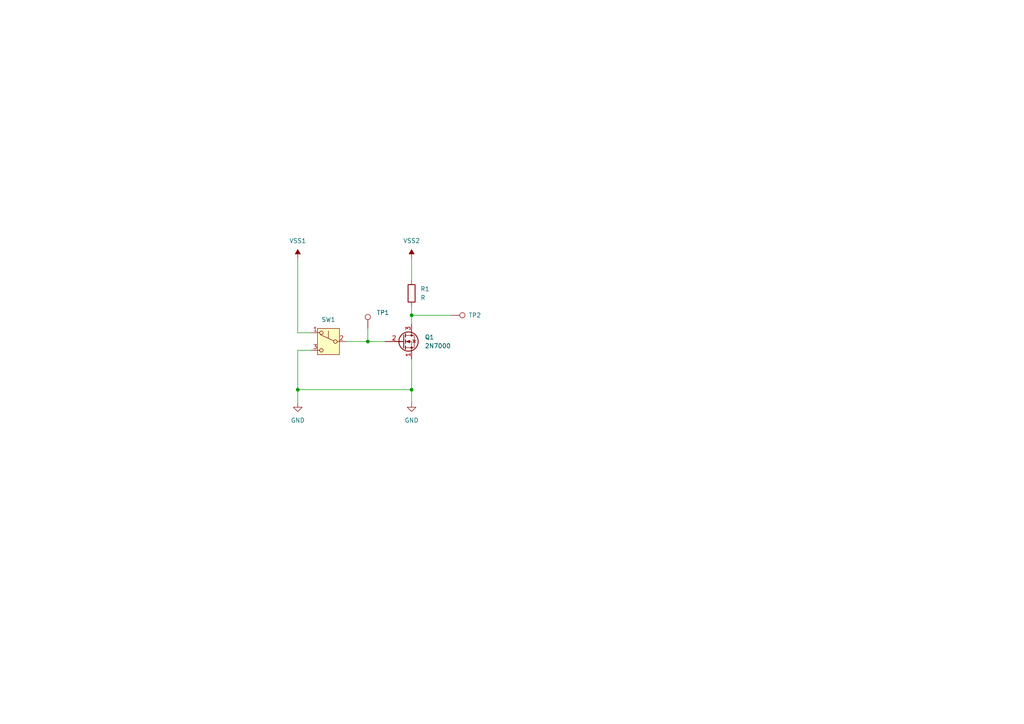
<source format=kicad_sch>
(kicad_sch (version 20230121) (generator eeschema)
  (paper "A4")
  (title_block (title "Voltage Conversion"))
  (lib_symbols
    (symbol "Connector:TestPoint" (pin_numbers hide) (pin_names (offset 0.762) hide)
      (property "Reference" "TP" (at 0 6.858 0))
      (property "Value" "TestPoint" (at 0 5.08 0))
      (symbol "TestPoint_0_1"
        (circle (center 0 3.302) (radius 0.762))
      )
      (symbol "TestPoint_1_1"
        (pin passive line (at 0 0 90) (length 2.54) (name "1") (number "1"))
      )
    )
    (symbol "Device:Q_NMOS_SGD" (pin_names (offset 0) hide)
      (property "Reference" "Q" (at 5.08 1.27 0))
      (property "Value" "Q_NMOS_SGD" (at 5.08 -1.27 0))
      (symbol "Q_NMOS_SGD_0_1"
        (polyline (pts (xy 0.254 0) (xy -2.54 0)))
        (polyline (pts (xy 0.254 1.905) (xy 0.254 -1.905)) (stroke (width 0.254)))
        (polyline (pts (xy 0.762 -1.27) (xy 0.762 -2.286)) (stroke (width 0.254)))
        (polyline (pts (xy 0.762 0.508) (xy 0.762 -0.508)) (stroke (width 0.254)))
        (polyline (pts (xy 0.762 2.286) (xy 0.762 1.27)) (stroke (width 0.254)))
        (polyline (pts (xy 2.54 2.54) (xy 2.54 1.778)))
        (polyline (pts (xy 2.54 -2.54) (xy 2.54 0) (xy 0.762 0)))
        (polyline (pts (xy 0.762 -1.778) (xy 3.302 -1.778) (xy 3.302 1.778) (xy 0.762 1.778)))
        (polyline (pts (xy 1.016 0) (xy 2.032 0.381) (xy 2.032 -0.381) (xy 1.016 0)) (fill (type outline)))
        (polyline (pts (xy 2.794 0.508) (xy 2.921 0.381) (xy 3.683 0.381) (xy 3.81 0.254)))
        (polyline (pts (xy 3.302 0.381) (xy 2.921 -0.254) (xy 3.683 -0.254) (xy 3.302 0.381)))
        (circle (center 1.651 0) (radius 2.794) (stroke (width 0.254)))
        (circle (center 2.54 -1.778) (radius 0.254) (fill (type outline)))
        (circle (center 2.54 1.778) (radius 0.254) (fill (type outline)))
      )
      (symbol "Q_NMOS_SGD_1_1"
        (pin passive line (at 2.54 -5.08 90) (length 2.54) (name "S") (number "1"))
        (pin input line (at -5.08 0 0) (length 5.08) (name "G") (number "2"))
        (pin passive line (at 2.54 5.08 270) (length 2.54) (name "D") (number "3"))
      )
    )
    (symbol "Device:R" (pin_numbers hide) (pin_names (offset 0))
      (property "Reference" "R" (at 2.032 0 90))
      (property "Value" "R" (at 0 0 90))
      (symbol "R_0_1"
        (rectangle (start -1.016 -2.54) (end 1.016 2.54) (stroke (width 0.254)))
      )
      (symbol "R_1_1"
        (pin passive line (at 0 3.81 270) (length 1.27) (name "~") (number "1"))
        (pin passive line (at 0 -3.81 90) (length 1.27) (name "~") (number "2"))
      )
    )
    (symbol "Switch:SW_Push_SPDT" (pin_names (offset 0) hide)
      (property "Reference" "SW" (at 0 5.08 0))
      (property "Value" "SW_Push_SPDT" (at 0 -5.08 0))
      (symbol "SW_Push_SPDT_0_0"
        (circle (center -2.032 0) (radius 0.508))
        (polyline (pts (xy 0 1.016) (xy 0 3.048)))
        (circle (center 2.032 -2.54) (radius 0.508))
      )
      (symbol "SW_Push_SPDT_0_1"
        (polyline (pts (xy -1.524 0.2032) (xy 2.3368 1.9812)))
        (circle (center 2.032 2.54) (radius 0.508))
      )
      (symbol "SW_Push_SPDT_1_1"
        (rectangle (start -3.175 3.81) (end 3.175 -3.81) (fill (type background)))
        (pin passive line (at 5.08 2.54 180) (length 2.54) (name "A") (number "1"))
        (pin passive line (at -5.08 0 0) (length 2.54) (name "B") (number "2"))
        (pin passive line (at 5.08 -2.54 180) (length 2.54) (name "C") (number "3"))
      )
    )
    (symbol "VSS_1" (power) (pin_names (offset 0))
      (property "Value" "VDD2" (at 0 5.08 0))
      (symbol "VSS_1_0_1"
        (polyline (pts (xy 0 0) (xy 0 2.54)))
        (polyline (pts (xy 0.762 1.27) (xy -0.762 1.27) (xy 0 2.54) (xy 0.762 1.27)) (fill (type outline)))
      )
      (symbol "VSS_1_1_1"
        (pin power_in line (at 0 0 90) (length 0) hide (name "VSS2") (number "1"))
      )
    )
    (symbol "power:GND" (power) (pin_names (offset 0))
      (property "Value" "GND" (at 0 -3.81 0))
      (symbol "GND_0_1"
        (polyline (pts (xy 0 0) (xy 0 -1.27) (xy 1.27 -1.27) (xy 0 -2.54) (xy -1.27 -1.27) (xy 0 -1.27)))
      )
      (symbol "GND_1_1"
        (pin power_in line (at 0 0 270) (length 0) hide (name "GND") (number "1"))
      )
    )
    (symbol "power:VSS" (power) (pin_names (offset 0))
      (property "Value" "VDD1" (at 0 5.08 0))
      (symbol "VSS_0_1"
        (polyline (pts (xy 0 0) (xy 0 2.54)))
        (polyline (pts (xy 0.762 1.27) (xy -0.762 1.27) (xy 0 2.54) (xy 0.762 1.27)) (fill (type outline)))
      )
      (symbol "VSS_1_1"
        (pin power_in line (at 0 0 90) (length 0) hide (name "VSS1") (number "1"))
      )
    )
  )
  (junction (at 119.38 91.44))
  (junction (at 119.38 113.03))
  (junction (at 86.36 113.03))
  (junction (at 106.68 99.06))
  (wire (pts (xy 86.36 116.84) (xy 86.36 113.03)))
  (wire (pts (xy 119.38 104.14) (xy 119.38 113.03)))
  (wire (pts (xy 119.38 91.44) (xy 119.38 93.98)))
  (wire (pts (xy 106.68 95.25) (xy 106.68 99.06)))
  (wire (pts (xy 100.33 99.06) (xy 106.68 99.06)))
  (wire (pts (xy 86.36 101.6) (xy 86.36 113.03)))
  (wire (pts (xy 119.38 88.9) (xy 119.38 91.44)))
  (wire (pts (xy 86.36 96.52) (xy 90.17 96.52)))
  (wire (pts (xy 86.36 113.03) (xy 119.38 113.03)))
  (wire (pts (xy 119.38 74.93) (xy 119.38 81.28)))
  (wire (pts (xy 119.38 91.44) (xy 130.81 91.44)))
  (wire (pts (xy 119.38 113.03) (xy 119.38 116.84)))
  (wire (pts (xy 106.68 99.06) (xy 111.76 99.06)))
  (wire (pts (xy 86.36 74.93) (xy 86.36 96.52)))
  (wire (pts (xy 90.17 101.6) (xy 86.36 101.6)))
  (symbol (lib_id "power:GND") (at 119.38 116.84 0) (unit 1)
    (property "Reference" "#PWR01" (effects hide))
    (property "Value" "GND" (at 119.38 121.92 0))
  )
  (symbol (lib_id "Device:R") (at 119.38 85.09 0) (unit 1)
    (property "Reference" "R1" (at 121.92 83.82 0) (effects (justify left)))
    (property "Value" "R" (at 121.92 86.36 0) (effects (justify left)))
  )
  (symbol (lib_id "Connector:TestPoint") (at 106.68 95.25 0) (unit 1)
    (property "Reference" "TP1" (at 109.22 90.678 0) (effects (justify left)))
    (property "Value" "TestPoint" (effects hide))
  )
  (symbol (lib_id "power:GND") (at 86.36 116.84 0) (unit 1)
    (property "Reference" "#PWR04" (effects hide))
    (property "Value" "GND" (at 86.36 121.92 0))
  )
  (symbol (lib_id "power:VSS") (at 86.36 74.93 0) (unit 1)
    (property "Reference" "#PWR03" (effects hide))
    (property "Value" "VDD1" (at 86.36 69.85 0))
  )
  (symbol (lib_id "Device:Q_NMOS_SGD") (at 116.84 99.06 0) (unit 1)
    (property "Reference" "Q1" (at 123.19 97.79 0) (effects (justify left)))
    (property "Value" "2N7000" (at 123.19 100.33 0) (effects (justify left)))
  )
  (symbol (lib_id "Switch:SW_Push_SPDT") (at 95.25 99.06 0) (mirror y) (unit 1)
    (property "Reference" "SW1" (effects hide))
    (property "Value" "SW1" (at 95.25 92.71 0))
  )
  (symbol (lib_name "VSS_1") (lib_id "power:VSS") (at 119.38 74.93 0) (unit 1)
    (property "Reference" "#PWR02" (effects hide))
    (property "Value" "VDD2" (at 119.38 69.85 0))
  )
  (symbol (lib_id "Connector:TestPoint") (at 130.81 91.44 270) (unit 1)
    (property "Reference" "TP2" (at 135.89 91.44 90) (effects (justify left)))
    (property "Value" "TestPoint" (effects hide))
  )
)
</source>
